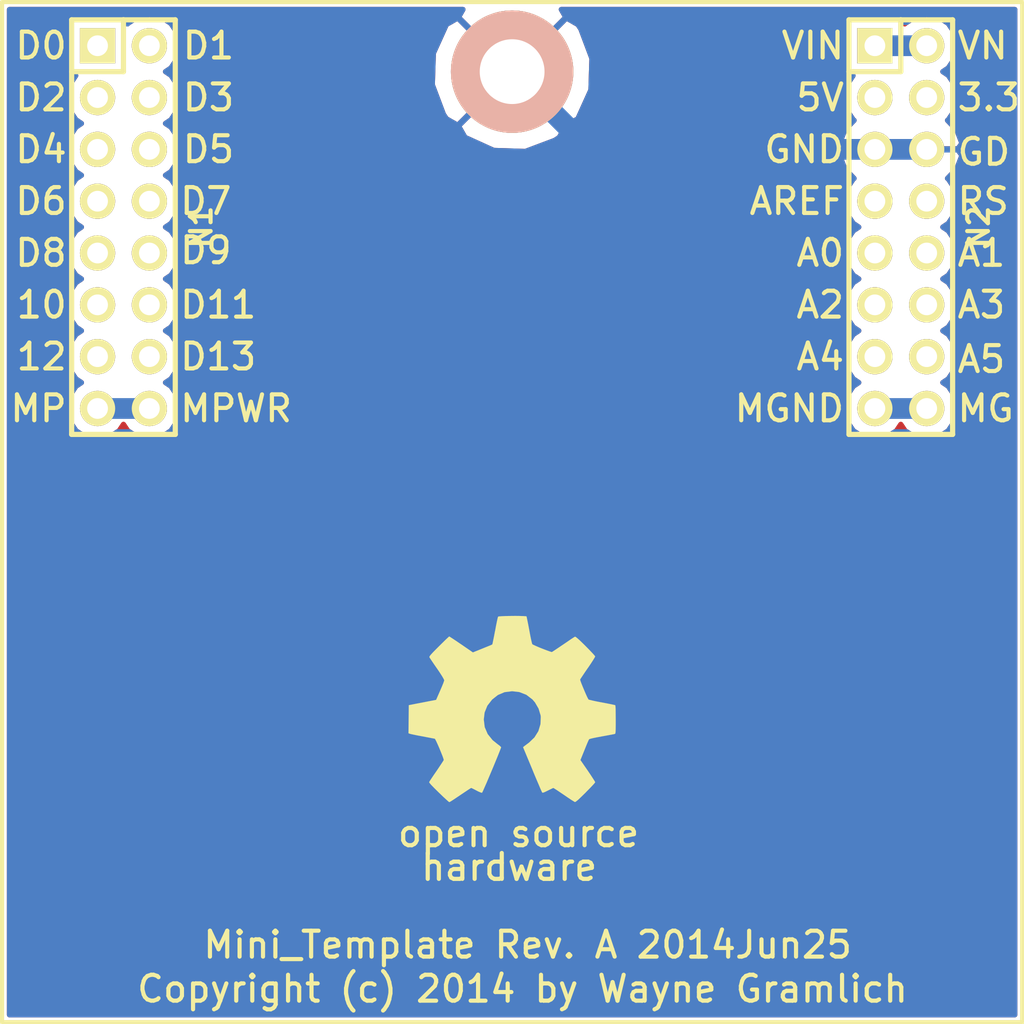
<source format=kicad_pcb>
(kicad_pcb (version 3) (host pcbnew "(2014-jan-25)-product")

  (general
    (links 5)
    (no_connects 0)
    (area 0 0 0 0)
    (thickness 1.6)
    (drawings 40)
    (tracks 6)
    (zones 0)
    (modules 4)
    (nets 5)
  )

  (page A4)
  (layers
    (15 F.Cu signal)
    (0 B.Cu signal)
    (16 B.Adhes user)
    (17 F.Adhes user)
    (18 B.Paste user)
    (19 F.Paste user)
    (20 B.SilkS user)
    (21 F.SilkS user)
    (22 B.Mask user)
    (23 F.Mask user)
    (24 Dwgs.User user)
    (25 Cmts.User user)
    (26 Eco1.User user)
    (27 Eco2.User user)
    (28 Edge.Cuts user)
  )

  (setup
    (last_trace_width 0.254)
    (trace_clearance 0.254)
    (zone_clearance 0.508)
    (zone_45_only no)
    (trace_min 0.254)
    (segment_width 0.2032)
    (edge_width 0.1)
    (via_size 0.889)
    (via_drill 0.635)
    (via_min_size 0.889)
    (via_min_drill 0.508)
    (uvia_size 0.508)
    (uvia_drill 0.127)
    (uvias_allowed no)
    (uvia_min_size 0.508)
    (uvia_min_drill 0.127)
    (pcb_text_width 0.3)
    (pcb_text_size 1.5 1.5)
    (mod_edge_width 0.15)
    (mod_text_size 1 1)
    (mod_text_width 0.15)
    (pad_size 1.5 1.5)
    (pad_drill 0.6)
    (pad_to_mask_clearance 0)
    (aux_axis_origin 0 0)
    (visible_elements 7FFEFFFF)
    (pcbplotparams
      (layerselection 3178497)
      (usegerberextensions true)
      (excludeedgelayer true)
      (linewidth 0.100000)
      (plotframeref false)
      (viasonmask false)
      (mode 1)
      (useauxorigin false)
      (hpglpennumber 1)
      (hpglpenspeed 20)
      (hpglpendiameter 15)
      (hpglpenoverlay 2)
      (psnegative false)
      (psa4output false)
      (plotreference true)
      (plotvalue true)
      (plotinvisibletext false)
      (padsonsilk false)
      (subtractmaskfromsilk false)
      (outputformat 1)
      (mirror false)
      (drillshape 1)
      (scaleselection 1)
      (outputdirectory ""))
  )

  (net 0 "")
  (net 1 /GND)
  (net 2 /MPWR)
  (net 3 /VIN)
  (net 4 /MGND)

  (net_class Default "This is the default net class."
    (clearance 0.254)
    (trace_width 0.254)
    (via_dia 0.889)
    (via_drill 0.635)
    (uvia_dia 0.508)
    (uvia_drill 0.127)
  )

  (net_class Power ""
    (clearance 0.254)
    (trace_width 1.016)
    (via_dia 0.889)
    (via_drill 0.635)
    (uvia_dia 0.508)
    (uvia_drill 0.127)
    (add_net /GND)
    (add_net /MGND)
    (add_net /MPWR)
    (add_net /VIN)
  )

  (module Mini_Raspberry_Pi_Rev_A:OSHW_LOGO_400mil (layer F.Cu) (tedit 0) (tstamp 53B82A77)
    (at 101.6 137.922)
    (path /53AA4798)
    (fp_text reference G1 (at 0 5.38734) (layer F.SilkS) hide
      (effects (font (size 0.46228 0.46228) (thickness 0.09144)))
    )
    (fp_text value OSHW_LOGO (at 0 -5.38734) (layer F.SilkS) hide
      (effects (font (size 0.46228 0.46228) (thickness 0.09144)))
    )
    (fp_poly (pts (xy -3.07848 4.56184) (xy -3.02514 4.53644) (xy -2.90576 4.46024) (xy -2.73812 4.34848)
      (xy -2.53746 4.21386) (xy -2.3368 4.07924) (xy -2.16916 3.96748) (xy -2.05486 3.89382)
      (xy -2.0066 3.86588) (xy -1.9812 3.87604) (xy -1.88468 3.92176) (xy -1.74498 3.99542)
      (xy -1.66624 4.03606) (xy -1.5367 4.09194) (xy -1.47574 4.1021) (xy -1.46304 4.08432)
      (xy -1.41732 3.9878) (xy -1.34366 3.82016) (xy -1.24714 3.60172) (xy -1.13792 3.34264)
      (xy -1.02108 3.06578) (xy -0.9017 2.7813) (xy -0.78994 2.50952) (xy -0.69088 2.26822)
      (xy -0.61214 2.0701) (xy -0.5588 1.93294) (xy -0.53848 1.87198) (xy -0.5461 1.86182)
      (xy -0.6096 1.79832) (xy -0.72136 1.7145) (xy -0.96012 1.52146) (xy -1.19888 1.22428)
      (xy -1.34366 0.88646) (xy -1.38938 0.51308) (xy -1.34874 0.16764) (xy -1.21412 -0.1651)
      (xy -0.98044 -0.46482) (xy -0.6985 -0.68834) (xy -0.37084 -0.82804) (xy 0 -0.87376)
      (xy 0.35306 -0.83312) (xy 0.69342 -0.70104) (xy 0.99314 -0.47244) (xy 1.12014 -0.32512)
      (xy 1.2954 -0.02286) (xy 1.39446 0.30226) (xy 1.40462 0.38608) (xy 1.38938 0.74168)
      (xy 1.28524 1.08458) (xy 1.09474 1.38938) (xy 0.83312 1.64084) (xy 0.80264 1.6637)
      (xy 0.68072 1.75514) (xy 0.59944 1.8161) (xy 0.53594 1.86944) (xy 0.9906 2.96164)
      (xy 1.06172 3.1369) (xy 1.18618 3.43408) (xy 1.29794 3.69316) (xy 1.3843 3.8989)
      (xy 1.44526 4.03352) (xy 1.47066 4.0894) (xy 1.47574 4.09194) (xy 1.51384 4.09956)
      (xy 1.59766 4.06908) (xy 1.75006 3.99542) (xy 1.85166 3.94462) (xy 1.9685 3.88874)
      (xy 2.0193 3.86588) (xy 2.06248 3.89128) (xy 2.17678 3.9624) (xy 2.33934 4.07162)
      (xy 2.53492 4.2037) (xy 2.72034 4.3307) (xy 2.89052 4.445) (xy 3.01752 4.52374)
      (xy 3.07594 4.55676) (xy 3.0861 4.55676) (xy 3.13944 4.52628) (xy 3.2385 4.445)
      (xy 3.38836 4.30276) (xy 3.59918 4.09702) (xy 3.62966 4.064) (xy 3.80238 3.88874)
      (xy 3.94462 3.73888) (xy 4.0386 3.63474) (xy 4.07162 3.58648) (xy 4.07162 3.58648)
      (xy 4.04114 3.52806) (xy 3.9624 3.4036) (xy 3.8481 3.22834) (xy 3.71094 3.02514)
      (xy 3.34772 2.49936) (xy 3.54838 2.00406) (xy 3.60934 1.85166) (xy 3.68554 1.66624)
      (xy 3.74396 1.53416) (xy 3.77444 1.47828) (xy 3.82778 1.45796) (xy 3.9624 1.42494)
      (xy 4.16052 1.3843) (xy 4.3942 1.34112) (xy 4.61772 1.30048) (xy 4.82092 1.26238)
      (xy 4.96824 1.23444) (xy 5.03428 1.2192) (xy 5.04952 1.21158) (xy 5.06222 1.17856)
      (xy 5.06984 1.10998) (xy 5.07492 0.98806) (xy 5.07746 0.79502) (xy 5.07746 0.51308)
      (xy 5.07746 0.4826) (xy 5.07492 0.2159) (xy 5.07238 0.00254) (xy 5.06476 -0.13462)
      (xy 5.0546 -0.1905) (xy 5.0546 -0.1905) (xy 4.9911 -0.20574) (xy 4.84886 -0.23622)
      (xy 4.64566 -0.27686) (xy 4.40436 -0.32258) (xy 4.38912 -0.32512) (xy 4.15036 -0.37084)
      (xy 3.94716 -0.41402) (xy 3.80746 -0.44704) (xy 3.7465 -0.46482) (xy 3.73634 -0.4826)
      (xy 3.68554 -0.57404) (xy 3.61696 -0.7239) (xy 3.53822 -0.90678) (xy 3.45948 -1.09474)
      (xy 3.3909 -1.26492) (xy 3.34518 -1.39192) (xy 3.33248 -1.4478) (xy 3.33248 -1.45034)
      (xy 3.37058 -1.50876) (xy 3.45186 -1.63068) (xy 3.5687 -1.80594) (xy 3.7084 -2.00914)
      (xy 3.7211 -2.02438) (xy 3.85826 -2.22758) (xy 3.97002 -2.4003) (xy 4.04368 -2.52222)
      (xy 4.07162 -2.5781) (xy 4.07162 -2.58064) (xy 4.0259 -2.6416) (xy 3.92176 -2.7559)
      (xy 3.77444 -2.91084) (xy 3.59664 -3.09118) (xy 3.54076 -3.14706) (xy 3.34264 -3.3401)
      (xy 3.20548 -3.46456) (xy 3.11912 -3.53314) (xy 3.07848 -3.54838) (xy 3.07848 -3.54584)
      (xy 3.01752 -3.51028) (xy 2.88798 -3.42646) (xy 2.71526 -3.30708) (xy 2.50952 -3.16738)
      (xy 2.49428 -3.15722) (xy 2.29108 -3.02006) (xy 2.1209 -2.90576) (xy 2.00152 -2.82702)
      (xy 1.94818 -2.794) (xy 1.94056 -2.794) (xy 1.85674 -2.8194) (xy 1.71196 -2.8702)
      (xy 1.53416 -2.93878) (xy 1.3462 -3.01244) (xy 1.17602 -3.0861) (xy 1.04902 -3.14452)
      (xy 0.98806 -3.17754) (xy 0.98552 -3.18262) (xy 0.9652 -3.25374) (xy 0.92964 -3.40614)
      (xy 0.88646 -3.61442) (xy 0.84074 -3.86334) (xy 0.83312 -3.90398) (xy 0.7874 -4.14528)
      (xy 0.74676 -4.34594) (xy 0.71882 -4.4831) (xy 0.70612 -4.54152) (xy 0.67056 -4.54914)
      (xy 0.55118 -4.55676) (xy 0.37084 -4.56184) (xy 0.1524 -4.56438) (xy -0.0762 -4.56184)
      (xy -0.30226 -4.5593) (xy -0.49276 -4.55168) (xy -0.62992 -4.54152) (xy -0.68834 -4.53136)
      (xy -0.68834 -4.52628) (xy -0.7112 -4.45262) (xy -0.74422 -4.30022) (xy -0.7874 -4.0894)
      (xy -0.83312 -3.84048) (xy -0.84328 -3.7973) (xy -0.889 -3.556) (xy -0.92964 -3.35788)
      (xy -0.95758 -3.22072) (xy -0.97282 -3.16738) (xy -0.99568 -3.15468) (xy -1.09474 -3.1115)
      (xy -1.2573 -3.04546) (xy -1.45796 -2.96418) (xy -1.92278 -2.77622) (xy -2.49174 -3.16738)
      (xy -2.54508 -3.20294) (xy -2.75082 -3.34264) (xy -2.91846 -3.4544) (xy -3.0353 -3.5306)
      (xy -3.08356 -3.55854) (xy -3.08864 -3.556) (xy -3.14452 -3.5052) (xy -3.25882 -3.39852)
      (xy -3.41122 -3.24866) (xy -3.59156 -3.07086) (xy -3.72364 -2.93878) (xy -3.88112 -2.77876)
      (xy -3.98018 -2.66954) (xy -4.03606 -2.60096) (xy -4.05384 -2.56032) (xy -4.0513 -2.53238)
      (xy -4.0132 -2.47396) (xy -3.92938 -2.34696) (xy -3.81254 -2.17424) (xy -3.67284 -1.97358)
      (xy -3.55854 -1.80594) (xy -3.43408 -1.6129) (xy -3.35534 -1.47574) (xy -3.3274 -1.4097)
      (xy -3.33502 -1.38176) (xy -3.37312 -1.27) (xy -3.4417 -1.10236) (xy -3.52806 -0.9017)
      (xy -3.72618 -0.44958) (xy -4.02082 -0.3937) (xy -4.20116 -0.35814) (xy -4.45008 -0.30988)
      (xy -4.69138 -0.26416) (xy -5.06476 -0.1905) (xy -5.08 1.18618) (xy -5.02158 1.20904)
      (xy -4.9657 1.22428) (xy -4.826 1.25476) (xy -4.62788 1.2954) (xy -4.3942 1.33858)
      (xy -4.19608 1.37668) (xy -3.99542 1.41478) (xy -3.85064 1.44272) (xy -3.78714 1.45542)
      (xy -3.7719 1.47828) (xy -3.7211 1.5748) (xy -3.64998 1.72974) (xy -3.5687 1.91516)
      (xy -3.48996 2.1082) (xy -3.41884 2.286) (xy -3.37058 2.42062) (xy -3.35026 2.49174)
      (xy -3.3782 2.54508) (xy -3.4544 2.66192) (xy -3.56616 2.82956) (xy -3.70078 3.03022)
      (xy -3.83794 3.22834) (xy -3.95224 3.39852) (xy -4.03352 3.52298) (xy -4.06654 3.57886)
      (xy -4.0513 3.61696) (xy -3.97002 3.71348) (xy -3.82016 3.86842) (xy -3.59664 4.0894)
      (xy -3.55854 4.12496) (xy -3.38074 4.29768) (xy -3.23088 4.43484) (xy -3.12674 4.52882)
      (xy -3.07848 4.56184)) (layer F.SilkS) (width 0.00254))
  )

  (module Mini_Raspberry_Pi_Rev_A:MountingHole_3mm (layer F.Cu) (tedit 53A7A920) (tstamp 53B82A7B)
    (at 101.6 106.68)
    (descr "Mounting hole, Befestigungsbohrung, 3mm, No Annular, Kein Restring,")
    (tags "Mounting hole, Befestigungsbohrung, 3mm, No Annular, Kein Restring,")
    (path /53AA33AA)
    (fp_text reference H1 (at 0 0) (layer F.SilkS)
      (effects (font (size 1.016 1.016) (thickness 0.2032)))
    )
    (fp_text value 3MM_HOLE (at 0 4.29) (layer F.SilkS) hide
      (effects (font (size 1.016 1.016) (thickness 0.2032)))
    )
    (fp_circle (center 0 0) (end 3 0) (layer Cmts.User) (width 0.381))
    (pad 1 thru_hole circle (at 0 0) (size 6 6) (drill 3.175) (layers *.Cu *.SilkS)
      (net 1 /GND))
  )

  (module Mini_Raspberry_Pi_Rev_A:Pin_Header_Straight_2x08 (layer F.Cu) (tedit 53B82A38) (tstamp 53B82A80)
    (at 82.55 114.3 270)
    (descr "1 pin")
    (tags "CONN DEV")
    (path /53A9D11F)
    (fp_text reference N1 (at 0 -3.81 270) (layer F.SilkS)
      (effects (font (size 1.016 1.016) (thickness 0.2032)))
    )
    (fp_text value MS_DATA_HEADER (at -0.04 3.84 270) (layer F.SilkS) hide
      (effects (font (size 1.016 1.016) (thickness 0.2032)))
    )
    (fp_line (start 10.16 -2.54) (end -10.16 -2.54) (layer F.SilkS) (width 0.254))
    (fp_line (start -7.62 2.54) (end 10.16 2.54) (layer F.SilkS) (width 0.254))
    (fp_line (start 10.16 -2.54) (end 10.16 2.54) (layer F.SilkS) (width 0.254))
    (fp_line (start -10.16 -2.54) (end -10.16 0) (layer F.SilkS) (width 0.254))
    (fp_line (start -10.16 2.54) (end -7.62 2.54) (layer F.SilkS) (width 0.254))
    (fp_line (start -10.16 0) (end -7.62 0) (layer F.SilkS) (width 0.254))
    (fp_line (start -7.62 0) (end -7.62 2.54) (layer F.SilkS) (width 0.254))
    (fp_line (start -10.16 2.54) (end -10.16 0) (layer F.SilkS) (width 0.254))
    (pad 1 thru_hole rect (at -8.89 1.27 270) (size 1.7272 1.7272) (drill 1.016) (layers *.Cu *.Mask F.SilkS))
    (pad 2 thru_hole oval (at -8.89 -1.27 270) (size 1.7272 1.7272) (drill 1.016) (layers *.Cu *.Mask F.SilkS))
    (pad 3 thru_hole oval (at -6.35 1.27 270) (size 1.7272 1.7272) (drill 1.016) (layers *.Cu *.Mask F.SilkS))
    (pad 4 thru_hole oval (at -6.35 -1.27 270) (size 1.7272 1.7272) (drill 1.016) (layers *.Cu *.Mask F.SilkS))
    (pad 5 thru_hole oval (at -3.81 1.27 270) (size 1.7272 1.7272) (drill 1.016) (layers *.Cu *.Mask F.SilkS))
    (pad 6 thru_hole oval (at -3.81 -1.27 270) (size 1.7272 1.7272) (drill 1.016) (layers *.Cu *.Mask F.SilkS))
    (pad 7 thru_hole oval (at -1.27 1.27 270) (size 1.7272 1.7272) (drill 1.016) (layers *.Cu *.Mask F.SilkS))
    (pad 8 thru_hole oval (at -1.27 -1.27 270) (size 1.7272 1.7272) (drill 1.016) (layers *.Cu *.Mask F.SilkS))
    (pad 9 thru_hole oval (at 1.27 1.27 270) (size 1.7272 1.7272) (drill 1.016) (layers *.Cu *.Mask F.SilkS))
    (pad 10 thru_hole oval (at 1.27 -1.27 270) (size 1.7272 1.7272) (drill 1.016) (layers *.Cu *.Mask F.SilkS))
    (pad 11 thru_hole oval (at 3.81 1.27 270) (size 1.7272 1.7272) (drill 1.016) (layers *.Cu *.Mask F.SilkS))
    (pad 12 thru_hole oval (at 3.81 -1.27 270) (size 1.7272 1.7272) (drill 1.016) (layers *.Cu *.Mask F.SilkS))
    (pad 13 thru_hole oval (at 6.35 1.27 270) (size 1.7272 1.7272) (drill 1.016) (layers *.Cu *.Mask F.SilkS))
    (pad 14 thru_hole oval (at 6.35 -1.27 270) (size 1.7272 1.7272) (drill 1.016) (layers *.Cu *.Mask F.SilkS))
    (pad 15 thru_hole oval (at 8.89 1.27 270) (size 1.7272 1.7272) (drill 1.016) (layers *.Cu *.Mask F.SilkS)
      (net 2 /MPWR))
    (pad 16 thru_hole oval (at 8.89 -1.27 270) (size 1.7272 1.7272) (drill 1.016) (layers *.Cu *.Mask F.SilkS)
      (net 2 /MPWR))
    (model Pin_Headers/Pin_Header_Straight_2x08.wrl
      (at (xyz 0 0 0))
      (scale (xyz 1 1 1))
      (rotate (xyz 0 0 0))
    )
  )

  (module Mini_Raspberry_Pi_Rev_A:Pin_Header_Straight_2x08 (layer F.Cu) (tedit 53B82A38) (tstamp 53B82A9B)
    (at 120.65 114.3 270)
    (descr "1 pin")
    (tags "CONN DEV")
    (path /53A9D139)
    (fp_text reference N2 (at 0 -3.81 270) (layer F.SilkS)
      (effects (font (size 1.016 1.016) (thickness 0.2032)))
    )
    (fp_text value MS_PWR_HEADER (at -0.04 3.84 270) (layer F.SilkS) hide
      (effects (font (size 1.016 1.016) (thickness 0.2032)))
    )
    (fp_line (start 10.16 -2.54) (end -10.16 -2.54) (layer F.SilkS) (width 0.254))
    (fp_line (start -7.62 2.54) (end 10.16 2.54) (layer F.SilkS) (width 0.254))
    (fp_line (start 10.16 -2.54) (end 10.16 2.54) (layer F.SilkS) (width 0.254))
    (fp_line (start -10.16 -2.54) (end -10.16 0) (layer F.SilkS) (width 0.254))
    (fp_line (start -10.16 2.54) (end -7.62 2.54) (layer F.SilkS) (width 0.254))
    (fp_line (start -10.16 0) (end -7.62 0) (layer F.SilkS) (width 0.254))
    (fp_line (start -7.62 0) (end -7.62 2.54) (layer F.SilkS) (width 0.254))
    (fp_line (start -10.16 2.54) (end -10.16 0) (layer F.SilkS) (width 0.254))
    (pad 1 thru_hole rect (at -8.89 1.27 270) (size 1.7272 1.7272) (drill 1.016) (layers *.Cu *.Mask F.SilkS)
      (net 3 /VIN))
    (pad 2 thru_hole oval (at -8.89 -1.27 270) (size 1.7272 1.7272) (drill 1.016) (layers *.Cu *.Mask F.SilkS)
      (net 3 /VIN))
    (pad 3 thru_hole oval (at -6.35 1.27 270) (size 1.7272 1.7272) (drill 1.016) (layers *.Cu *.Mask F.SilkS))
    (pad 4 thru_hole oval (at -6.35 -1.27 270) (size 1.7272 1.7272) (drill 1.016) (layers *.Cu *.Mask F.SilkS))
    (pad 5 thru_hole oval (at -3.81 1.27 270) (size 1.7272 1.7272) (drill 1.016) (layers *.Cu *.Mask F.SilkS)
      (net 1 /GND))
    (pad 6 thru_hole oval (at -3.81 -1.27 270) (size 1.7272 1.7272) (drill 1.016) (layers *.Cu *.Mask F.SilkS)
      (net 1 /GND))
    (pad 7 thru_hole oval (at -1.27 1.27 270) (size 1.7272 1.7272) (drill 1.016) (layers *.Cu *.Mask F.SilkS))
    (pad 8 thru_hole oval (at -1.27 -1.27 270) (size 1.7272 1.7272) (drill 1.016) (layers *.Cu *.Mask F.SilkS))
    (pad 9 thru_hole oval (at 1.27 1.27 270) (size 1.7272 1.7272) (drill 1.016) (layers *.Cu *.Mask F.SilkS))
    (pad 10 thru_hole oval (at 1.27 -1.27 270) (size 1.7272 1.7272) (drill 1.016) (layers *.Cu *.Mask F.SilkS))
    (pad 11 thru_hole oval (at 3.81 1.27 270) (size 1.7272 1.7272) (drill 1.016) (layers *.Cu *.Mask F.SilkS))
    (pad 12 thru_hole oval (at 3.81 -1.27 270) (size 1.7272 1.7272) (drill 1.016) (layers *.Cu *.Mask F.SilkS))
    (pad 13 thru_hole oval (at 6.35 1.27 270) (size 1.7272 1.7272) (drill 1.016) (layers *.Cu *.Mask F.SilkS))
    (pad 14 thru_hole oval (at 6.35 -1.27 270) (size 1.7272 1.7272) (drill 1.016) (layers *.Cu *.Mask F.SilkS))
    (pad 15 thru_hole oval (at 8.89 1.27 270) (size 1.7272 1.7272) (drill 1.016) (layers *.Cu *.Mask F.SilkS)
      (net 4 /MGND))
    (pad 16 thru_hole oval (at 8.89 -1.27 270) (size 1.7272 1.7272) (drill 1.016) (layers *.Cu *.Mask F.SilkS)
      (net 4 /MGND))
    (model Pin_Headers/Pin_Header_Straight_2x08.wrl
      (at (xyz 0 0 0))
      (scale (xyz 1 1 1))
      (rotate (xyz 0 0 0))
    )
  )

  (gr_text hardware (at 97.028 145.669) (layer F.SilkS)
    (effects (font (size 1.27 1.27) (thickness 0.2032)) (justify left))
  )
  (gr_text "open source" (at 95.885 144.018) (layer F.SilkS)
    (effects (font (size 1.27 1.27) (thickness 0.2032)) (justify left))
  )
  (gr_text "Mini_Template Rev. A 2014Jun25" (at 102.362 149.479) (layer F.SilkS)
    (effects (font (size 1.27 1.27) (thickness 0.2032)))
  )
  (gr_text "Copyright (c) 2014 by Wayne Gramlich" (at 102.108 151.638) (layer F.SilkS)
    (effects (font (size 1.27 1.27) (thickness 0.2032)))
  )
  (gr_text A5 (at 123.317 120.777) (layer F.SilkS)
    (effects (font (size 1.27 1.27) (thickness 0.2032)) (justify left))
  )
  (gr_text A3 (at 123.317 118.11) (layer F.SilkS)
    (effects (font (size 1.27 1.27) (thickness 0.2032)) (justify left))
  )
  (gr_text A1 (at 123.317 115.57) (layer F.SilkS)
    (effects (font (size 1.27 1.27) (thickness 0.2032)) (justify left))
  )
  (gr_text RS (at 123.317 113.03) (layer F.SilkS)
    (effects (font (size 1.27 1.27) (thickness 0.2032)) (justify left))
  )
  (gr_text GD (at 123.317 110.617) (layer F.SilkS)
    (effects (font (size 1.27 1.27) (thickness 0.2032)) (justify left))
  )
  (gr_text 3.3 (at 123.317 107.95) (layer F.SilkS)
    (effects (font (size 1.27 1.27) (thickness 0.2032)) (justify left))
  )
  (gr_text VN (at 123.317 105.41) (layer F.SilkS)
    (effects (font (size 1.27 1.27) (thickness 0.2032)) (justify left))
  )
  (gr_text MG (at 123.317 123.19) (layer F.SilkS)
    (effects (font (size 1.27 1.27) (thickness 0.2032)) (justify left))
  )
  (gr_text MPWR (at 85.217 123.19) (layer F.SilkS) (tstamp 53AA3B6F)
    (effects (font (size 1.27 1.27) (thickness 0.2032)) (justify left))
  )
  (gr_text D13 (at 85.217 120.65) (layer F.SilkS)
    (effects (font (size 1.27 1.27) (thickness 0.2032)) (justify left))
  )
  (gr_text D11 (at 85.217 118.11) (layer F.SilkS)
    (effects (font (size 1.27 1.27) (thickness 0.2032)) (justify left))
  )
  (gr_text D9 (at 85.217 115.443) (layer F.SilkS)
    (effects (font (size 1.27 1.27) (thickness 0.2032)) (justify left))
  )
  (gr_text D7 (at 85.217 113.03) (layer F.SilkS)
    (effects (font (size 1.27 1.27) (thickness 0.2032)) (justify left))
  )
  (gr_text D5 (at 85.344 110.49) (layer F.SilkS)
    (effects (font (size 1.27 1.27) (thickness 0.2032)) (justify left))
  )
  (gr_text D3 (at 85.344 107.95) (layer F.SilkS)
    (effects (font (size 1.27 1.27) (thickness 0.2032)) (justify left))
  )
  (gr_text D1 (at 85.344 105.41) (layer F.SilkS)
    (effects (font (size 1.27 1.27) (thickness 0.2032)) (justify left))
  )
  (gr_text MGND (at 117.983 123.19) (layer F.SilkS)
    (effects (font (size 1.27 1.27) (thickness 0.2032)) (justify right))
  )
  (gr_text A4 (at 117.983 120.65) (layer F.SilkS)
    (effects (font (size 1.27 1.27) (thickness 0.2032)) (justify right))
  )
  (gr_text A2 (at 117.983 118.11) (layer F.SilkS)
    (effects (font (size 1.27 1.27) (thickness 0.2032)) (justify right))
  )
  (gr_text A0 (at 117.983 115.57) (layer F.SilkS)
    (effects (font (size 1.27 1.27) (thickness 0.2032)) (justify right))
  )
  (gr_text AREF (at 117.983 113.03) (layer F.SilkS)
    (effects (font (size 1.27 1.27) (thickness 0.2032)) (justify right))
  )
  (gr_text GND (at 117.983 110.49) (layer F.SilkS)
    (effects (font (size 1.27 1.27) (thickness 0.2032)) (justify right))
  )
  (gr_text 5V (at 117.983 107.95) (layer F.SilkS)
    (effects (font (size 1.27 1.27) (thickness 0.2032)) (justify right))
  )
  (gr_text VIN (at 117.983 105.41) (layer F.SilkS)
    (effects (font (size 1.27 1.27) (thickness 0.2032)) (justify right))
  )
  (gr_text MP (at 79.883 123.19) (layer F.SilkS)
    (effects (font (size 1.27 1.27) (thickness 0.2032)) (justify right))
  )
  (gr_text 12 (at 79.883 120.65) (layer F.SilkS)
    (effects (font (size 1.27 1.27) (thickness 0.2032)) (justify right))
  )
  (gr_text 10 (at 79.883 118.11) (layer F.SilkS)
    (effects (font (size 1.27 1.27) (thickness 0.2032)) (justify right))
  )
  (gr_text D8 (at 79.883 115.57) (layer F.SilkS)
    (effects (font (size 1.27 1.27) (thickness 0.2032)) (justify right))
  )
  (gr_text D6 (at 79.883 113.03) (layer F.SilkS)
    (effects (font (size 1.27 1.27) (thickness 0.2032)) (justify right))
  )
  (gr_text D4 (at 79.883 110.49) (layer F.SilkS)
    (effects (font (size 1.27 1.27) (thickness 0.2032)) (justify right))
  )
  (gr_text D2 (at 79.883 107.95) (layer F.SilkS)
    (effects (font (size 1.27 1.27) (thickness 0.2032)) (justify right))
  )
  (gr_text D0 (at 79.883 105.41) (layer F.SilkS)
    (effects (font (size 1.27 1.27) (thickness 0.2032)) (justify right))
  )
  (gr_line (start 126.600001 103.269999) (end 126.600001 153.270001) (angle 90) (layer F.SilkS) (width 0.2032))
  (gr_line (start 126.600001 153.270001) (end 76.599999 153.270001) (angle 90) (layer F.SilkS) (width 0.2032))
  (gr_line (start 76.599999 103.269999) (end 76.599999 153.270001) (angle 90) (layer F.SilkS) (width 0.2032))
  (gr_line (start 76.599999 103.269999) (end 126.600001 103.269999) (angle 90) (layer F.SilkS) (width 0.2032) (tstamp 53A9D4FB))

  (segment (start 121.92 110.49) (end 119.38 110.49) (width 1.016) (layer B.Cu) (net 1))
  (segment (start 119.38 110.49) (end 105.41 110.49) (width 1.016) (layer B.Cu) (net 1) (tstamp 53AA379F))
  (segment (start 105.41 110.49) (end 101.6 106.68) (width 1.016) (layer B.Cu) (net 1) (tstamp 53AA37A0))
  (segment (start 83.82 123.19) (end 81.28 123.19) (width 1.016) (layer B.Cu) (net 2))
  (segment (start 121.92 105.41) (end 119.38 105.41) (width 1.016) (layer B.Cu) (net 3))
  (segment (start 121.92 123.19) (end 119.38 123.19) (width 1.016) (layer B.Cu) (net 4))

  (zone (net 1) (net_name /GND) (layer B.Cu) (tstamp 53AA37E7) (hatch edge 0.508)
    (connect_pads (clearance 0.508))
    (min_thickness 0.254)
    (fill yes (arc_segments 16) (thermal_gap 0.762) (thermal_bridge_width 0.3048))
    (polygon
      (pts
        (xy 76.835 103.505) (xy 126.365 103.505) (xy 126.365 153.035) (xy 76.835 153.035)
      )
    )
    (filled_polygon
      (pts
        (xy 126.238 152.908) (xy 123.646869 152.908) (xy 123.646869 110.789226) (xy 123.646869 110.190774) (xy 123.40091 109.552707)
        (xy 122.93835 109.066638) (xy 122.97967 109.039029) (xy 123.304526 108.552848) (xy 123.4186 107.979359) (xy 123.4186 107.920641)
        (xy 123.304526 107.347152) (xy 122.97967 106.860971) (xy 122.708827 106.68) (xy 122.97967 106.499029) (xy 123.304526 106.012848)
        (xy 123.4186 105.439359) (xy 123.4186 105.380641) (xy 123.304526 104.807152) (xy 122.97967 104.320971) (xy 122.493489 103.996115)
        (xy 121.92 103.882041) (xy 121.346511 103.996115) (xy 120.941103 104.267) (xy 120.815187 104.267) (xy 120.781927 104.186702)
        (xy 120.603299 104.008073) (xy 120.36991 103.9114) (xy 120.117291 103.9114) (xy 118.390091 103.9114) (xy 118.156702 104.008073)
        (xy 117.978073 104.186701) (xy 117.8814 104.42009) (xy 117.8814 104.672709) (xy 117.8814 106.399909) (xy 117.978073 106.633298)
        (xy 118.156701 106.811927) (xy 118.310526 106.875643) (xy 117.995474 107.347152) (xy 117.8814 107.920641) (xy 117.8814 107.979359)
        (xy 117.995474 108.552848) (xy 118.32033 109.039029) (xy 118.361649 109.066638) (xy 117.89909 109.552707) (xy 117.653131 110.190774)
        (xy 117.849832 110.4646) (xy 119.3546 110.4646) (xy 119.3546 110.4446) (xy 119.4054 110.4446) (xy 119.4054 110.4646)
        (xy 120.389832 110.4646) (xy 120.910168 110.4646) (xy 121.8946 110.4646) (xy 121.8946 110.4446) (xy 121.9454 110.4446)
        (xy 121.9454 110.4646) (xy 123.450168 110.4646) (xy 123.646869 110.190774) (xy 123.646869 110.789226) (xy 123.450168 110.5154)
        (xy 121.9454 110.5154) (xy 121.9454 110.5354) (xy 121.8946 110.5354) (xy 121.8946 110.5154) (xy 120.910168 110.5154)
        (xy 120.389832 110.5154) (xy 119.4054 110.5154) (xy 119.4054 110.5354) (xy 119.3546 110.5354) (xy 119.3546 110.5154)
        (xy 117.849832 110.5154) (xy 117.653131 110.789226) (xy 117.89909 111.427293) (xy 118.361649 111.913361) (xy 118.32033 111.940971)
        (xy 117.995474 112.427152) (xy 117.8814 113.000641) (xy 117.8814 113.059359) (xy 117.995474 113.632848) (xy 118.32033 114.119029)
        (xy 118.591172 114.3) (xy 118.32033 114.480971) (xy 117.995474 114.967152) (xy 117.8814 115.540641) (xy 117.8814 115.599359)
        (xy 117.995474 116.172848) (xy 118.32033 116.659029) (xy 118.591172 116.84) (xy 118.32033 117.020971) (xy 117.995474 117.507152)
        (xy 117.8814 118.080641) (xy 117.8814 118.139359) (xy 117.995474 118.712848) (xy 118.32033 119.199029) (xy 118.591172 119.38)
        (xy 118.32033 119.560971) (xy 117.995474 120.047152) (xy 117.8814 120.620641) (xy 117.8814 120.679359) (xy 117.995474 121.252848)
        (xy 118.32033 121.739029) (xy 118.591172 121.92) (xy 118.32033 122.100971) (xy 117.995474 122.587152) (xy 117.8814 123.160641)
        (xy 117.8814 123.219359) (xy 117.995474 123.792848) (xy 118.32033 124.279029) (xy 118.806511 124.603885) (xy 119.38 124.717959)
        (xy 119.953489 124.603885) (xy 120.358896 124.333) (xy 120.941103 124.333) (xy 121.346511 124.603885) (xy 121.92 124.717959)
        (xy 122.493489 124.603885) (xy 122.97967 124.279029) (xy 123.304526 123.792848) (xy 123.4186 123.219359) (xy 123.4186 123.160641)
        (xy 123.304526 122.587152) (xy 122.97967 122.100971) (xy 122.708827 121.92) (xy 122.97967 121.739029) (xy 123.304526 121.252848)
        (xy 123.4186 120.679359) (xy 123.4186 120.620641) (xy 123.304526 120.047152) (xy 122.97967 119.560971) (xy 122.708827 119.38)
        (xy 122.97967 119.199029) (xy 123.304526 118.712848) (xy 123.4186 118.139359) (xy 123.4186 118.080641) (xy 123.304526 117.507152)
        (xy 122.97967 117.020971) (xy 122.708827 116.84) (xy 122.97967 116.659029) (xy 123.304526 116.172848) (xy 123.4186 115.599359)
        (xy 123.4186 115.540641) (xy 123.304526 114.967152) (xy 122.97967 114.480971) (xy 122.708827 114.3) (xy 122.97967 114.119029)
        (xy 123.304526 113.632848) (xy 123.4186 113.059359) (xy 123.4186 113.000641) (xy 123.304526 112.427152) (xy 122.97967 111.940971)
        (xy 122.93835 111.913361) (xy 123.40091 111.427293) (xy 123.646869 110.789226) (xy 123.646869 152.908) (xy 105.512318 152.908)
        (xy 105.512318 106.034633) (xy 104.967539 104.586579) (xy 104.82277 104.369917) (xy 104.264558 104.051363) (xy 101.635921 106.68)
        (xy 104.264558 109.308637) (xy 104.82277 108.990083) (xy 105.461482 107.580937) (xy 105.512318 106.034633) (xy 105.512318 152.908)
        (xy 104.228637 152.908) (xy 104.228637 109.344558) (xy 101.6 106.715921) (xy 101.564079 106.751842) (xy 101.564079 106.68)
        (xy 98.935442 104.051363) (xy 98.37723 104.369917) (xy 97.738518 105.779063) (xy 97.687682 107.325367) (xy 98.232461 108.773421)
        (xy 98.37723 108.990083) (xy 98.935442 109.308637) (xy 101.564079 106.68) (xy 101.564079 106.751842) (xy 98.971363 109.344558)
        (xy 99.289917 109.90277) (xy 100.699063 110.541482) (xy 102.245367 110.592318) (xy 103.693421 110.047539) (xy 103.910083 109.90277)
        (xy 104.228637 109.344558) (xy 104.228637 152.908) (xy 85.3186 152.908) (xy 85.3186 123.219359) (xy 85.3186 123.160641)
        (xy 85.204526 122.587152) (xy 84.87967 122.100971) (xy 84.608827 121.92) (xy 84.87967 121.739029) (xy 85.204526 121.252848)
        (xy 85.3186 120.679359) (xy 85.3186 120.620641) (xy 85.204526 120.047152) (xy 84.87967 119.560971) (xy 84.608827 119.38)
        (xy 84.87967 119.199029) (xy 85.204526 118.712848) (xy 85.3186 118.139359) (xy 85.3186 118.080641) (xy 85.204526 117.507152)
        (xy 84.87967 117.020971) (xy 84.608827 116.84) (xy 84.87967 116.659029) (xy 85.204526 116.172848) (xy 85.3186 115.599359)
        (xy 85.3186 115.540641) (xy 85.204526 114.967152) (xy 84.87967 114.480971) (xy 84.608827 114.3) (xy 84.87967 114.119029)
        (xy 85.204526 113.632848) (xy 85.3186 113.059359) (xy 85.3186 113.000641) (xy 85.204526 112.427152) (xy 84.87967 111.940971)
        (xy 84.608827 111.76) (xy 84.87967 111.579029) (xy 85.204526 111.092848) (xy 85.3186 110.519359) (xy 85.3186 110.460641)
        (xy 85.204526 109.887152) (xy 84.87967 109.400971) (xy 84.608827 109.22) (xy 84.87967 109.039029) (xy 85.204526 108.552848)
        (xy 85.3186 107.979359) (xy 85.3186 107.920641) (xy 85.204526 107.347152) (xy 84.87967 106.860971) (xy 84.608827 106.68)
        (xy 84.87967 106.499029) (xy 85.204526 106.012848) (xy 85.3186 105.439359) (xy 85.3186 105.380641) (xy 85.204526 104.807152)
        (xy 84.87967 104.320971) (xy 84.393489 103.996115) (xy 83.82 103.882041) (xy 83.246511 103.996115) (xy 82.76033 104.320971)
        (xy 82.746263 104.342023) (xy 82.681927 104.186702) (xy 82.503299 104.008073) (xy 82.26991 103.9114) (xy 82.017291 103.9114)
        (xy 80.290091 103.9114) (xy 80.056702 104.008073) (xy 79.878073 104.186701) (xy 79.7814 104.42009) (xy 79.7814 104.672709)
        (xy 79.7814 106.399909) (xy 79.878073 106.633298) (xy 80.056701 106.811927) (xy 80.210526 106.875643) (xy 79.895474 107.347152)
        (xy 79.7814 107.920641) (xy 79.7814 107.979359) (xy 79.895474 108.552848) (xy 80.22033 109.039029) (xy 80.491172 109.22)
        (xy 80.22033 109.400971) (xy 79.895474 109.887152) (xy 79.7814 110.460641) (xy 79.7814 110.519359) (xy 79.895474 111.092848)
        (xy 80.22033 111.579029) (xy 80.491172 111.76) (xy 80.22033 111.940971) (xy 79.895474 112.427152) (xy 79.7814 113.000641)
        (xy 79.7814 113.059359) (xy 79.895474 113.632848) (xy 80.22033 114.119029) (xy 80.491172 114.3) (xy 80.22033 114.480971)
        (xy 79.895474 114.967152) (xy 79.7814 115.540641) (xy 79.7814 115.599359) (xy 79.895474 116.172848) (xy 80.22033 116.659029)
        (xy 80.491172 116.84) (xy 80.22033 117.020971) (xy 79.895474 117.507152) (xy 79.7814 118.080641) (xy 79.7814 118.139359)
        (xy 79.895474 118.712848) (xy 80.22033 119.199029) (xy 80.491172 119.38) (xy 80.22033 119.560971) (xy 79.895474 120.047152)
        (xy 79.7814 120.620641) (xy 79.7814 120.679359) (xy 79.895474 121.252848) (xy 80.22033 121.739029) (xy 80.491172 121.92)
        (xy 80.22033 122.100971) (xy 79.895474 122.587152) (xy 79.7814 123.160641) (xy 79.7814 123.219359) (xy 79.895474 123.792848)
        (xy 80.22033 124.279029) (xy 80.706511 124.603885) (xy 81.28 124.717959) (xy 81.853489 124.603885) (xy 82.258896 124.333)
        (xy 82.841103 124.333) (xy 83.246511 124.603885) (xy 83.82 124.717959) (xy 84.393489 124.603885) (xy 84.87967 124.279029)
        (xy 85.204526 123.792848) (xy 85.3186 123.219359) (xy 85.3186 152.908) (xy 76.962 152.908) (xy 76.962 103.632)
        (xy 99.190181 103.632) (xy 98.971363 104.015442) (xy 101.6 106.644079) (xy 104.228637 104.015442) (xy 104.009818 103.632)
        (xy 126.238 103.632) (xy 126.238 152.908)
      )
    )
  )
  (zone (net 1) (net_name /GND) (layer F.Cu) (tstamp 53AA3807) (hatch edge 0.508)
    (connect_pads (clearance 0.508))
    (min_thickness 0.254)
    (fill yes (arc_segments 16) (thermal_gap 0.762) (thermal_bridge_width 0.3048))
    (polygon
      (pts
        (xy 76.835 153.035) (xy 76.835 103.505) (xy 126.365 103.505) (xy 126.365 153.035)
      )
    )
    (filled_polygon
      (pts
        (xy 126.238 152.908) (xy 123.646869 152.908) (xy 123.646869 110.789226) (xy 123.646869 110.190774) (xy 123.40091 109.552707)
        (xy 122.93835 109.066638) (xy 122.97967 109.039029) (xy 123.304526 108.552848) (xy 123.4186 107.979359) (xy 123.4186 107.920641)
        (xy 123.304526 107.347152) (xy 122.97967 106.860971) (xy 122.708827 106.68) (xy 122.97967 106.499029) (xy 123.304526 106.012848)
        (xy 123.4186 105.439359) (xy 123.4186 105.380641) (xy 123.304526 104.807152) (xy 122.97967 104.320971) (xy 122.493489 103.996115)
        (xy 121.92 103.882041) (xy 121.346511 103.996115) (xy 120.86033 104.320971) (xy 120.846263 104.342023) (xy 120.781927 104.186702)
        (xy 120.603299 104.008073) (xy 120.36991 103.9114) (xy 120.117291 103.9114) (xy 118.390091 103.9114) (xy 118.156702 104.008073)
        (xy 117.978073 104.186701) (xy 117.8814 104.42009) (xy 117.8814 104.672709) (xy 117.8814 106.399909) (xy 117.978073 106.633298)
        (xy 118.156701 106.811927) (xy 118.310526 106.875643) (xy 117.995474 107.347152) (xy 117.8814 107.920641) (xy 117.8814 107.979359)
        (xy 117.995474 108.552848) (xy 118.32033 109.039029) (xy 118.361649 109.066638) (xy 117.89909 109.552707) (xy 117.653131 110.190774)
        (xy 117.849832 110.4646) (xy 119.3546 110.4646) (xy 119.3546 110.4446) (xy 119.4054 110.4446) (xy 119.4054 110.4646)
        (xy 120.389832 110.4646) (xy 120.910168 110.4646) (xy 121.8946 110.4646) (xy 121.8946 110.4446) (xy 121.9454 110.4446)
        (xy 121.9454 110.4646) (xy 123.450168 110.4646) (xy 123.646869 110.190774) (xy 123.646869 110.789226) (xy 123.450168 110.5154)
        (xy 121.9454 110.5154) (xy 121.9454 110.5354) (xy 121.8946 110.5354) (xy 121.8946 110.5154) (xy 120.910168 110.5154)
        (xy 120.389832 110.5154) (xy 119.4054 110.5154) (xy 119.4054 110.5354) (xy 119.3546 110.5354) (xy 119.3546 110.5154)
        (xy 117.849832 110.5154) (xy 117.653131 110.789226) (xy 117.89909 111.427293) (xy 118.361649 111.913361) (xy 118.32033 111.940971)
        (xy 117.995474 112.427152) (xy 117.8814 113.000641) (xy 117.8814 113.059359) (xy 117.995474 113.632848) (xy 118.32033 114.119029)
        (xy 118.591172 114.3) (xy 118.32033 114.480971) (xy 117.995474 114.967152) (xy 117.8814 115.540641) (xy 117.8814 115.599359)
        (xy 117.995474 116.172848) (xy 118.32033 116.659029) (xy 118.591172 116.84) (xy 118.32033 117.020971) (xy 117.995474 117.507152)
        (xy 117.8814 118.080641) (xy 117.8814 118.139359) (xy 117.995474 118.712848) (xy 118.32033 119.199029) (xy 118.591172 119.38)
        (xy 118.32033 119.560971) (xy 117.995474 120.047152) (xy 117.8814 120.620641) (xy 117.8814 120.679359) (xy 117.995474 121.252848)
        (xy 118.32033 121.739029) (xy 118.591172 121.92) (xy 118.32033 122.100971) (xy 117.995474 122.587152) (xy 117.8814 123.160641)
        (xy 117.8814 123.219359) (xy 117.995474 123.792848) (xy 118.32033 124.279029) (xy 118.806511 124.603885) (xy 119.38 124.717959)
        (xy 119.953489 124.603885) (xy 120.43967 124.279029) (xy 120.65 123.964248) (xy 120.86033 124.279029) (xy 121.346511 124.603885)
        (xy 121.92 124.717959) (xy 122.493489 124.603885) (xy 122.97967 124.279029) (xy 123.304526 123.792848) (xy 123.4186 123.219359)
        (xy 123.4186 123.160641) (xy 123.304526 122.587152) (xy 122.97967 122.100971) (xy 122.708827 121.92) (xy 122.97967 121.739029)
        (xy 123.304526 121.252848) (xy 123.4186 120.679359) (xy 123.4186 120.620641) (xy 123.304526 120.047152) (xy 122.97967 119.560971)
        (xy 122.708827 119.38) (xy 122.97967 119.199029) (xy 123.304526 118.712848) (xy 123.4186 118.139359) (xy 123.4186 118.080641)
        (xy 123.304526 117.507152) (xy 122.97967 117.020971) (xy 122.708827 116.84) (xy 122.97967 116.659029) (xy 123.304526 116.172848)
        (xy 123.4186 115.599359) (xy 123.4186 115.540641) (xy 123.304526 114.967152) (xy 122.97967 114.480971) (xy 122.708827 114.3)
        (xy 122.97967 114.119029) (xy 123.304526 113.632848) (xy 123.4186 113.059359) (xy 123.4186 113.000641) (xy 123.304526 112.427152)
        (xy 122.97967 111.940971) (xy 122.93835 111.913361) (xy 123.40091 111.427293) (xy 123.646869 110.789226) (xy 123.646869 152.908)
        (xy 105.512318 152.908) (xy 105.512318 106.034633) (xy 104.967539 104.586579) (xy 104.82277 104.369917) (xy 104.264558 104.051363)
        (xy 101.635921 106.68) (xy 104.264558 109.308637) (xy 104.82277 108.990083) (xy 105.461482 107.580937) (xy 105.512318 106.034633)
        (xy 105.512318 152.908) (xy 104.228637 152.908) (xy 104.228637 109.344558) (xy 101.6 106.715921) (xy 101.564079 106.751842)
        (xy 101.564079 106.68) (xy 98.935442 104.051363) (xy 98.37723 104.369917) (xy 97.738518 105.779063) (xy 97.687682 107.325367)
        (xy 98.232461 108.773421) (xy 98.37723 108.990083) (xy 98.935442 109.308637) (xy 101.564079 106.68) (xy 101.564079 106.751842)
        (xy 98.971363 109.344558) (xy 99.289917 109.90277) (xy 100.699063 110.541482) (xy 102.245367 110.592318) (xy 103.693421 110.047539)
        (xy 103.910083 109.90277) (xy 104.228637 109.344558) (xy 104.228637 152.908) (xy 85.3186 152.908) (xy 85.3186 123.219359)
        (xy 85.3186 123.160641) (xy 85.204526 122.587152) (xy 84.87967 122.100971) (xy 84.608827 121.92) (xy 84.87967 121.739029)
        (xy 85.204526 121.252848) (xy 85.3186 120.679359) (xy 85.3186 120.620641) (xy 85.204526 120.047152) (xy 84.87967 119.560971)
        (xy 84.608827 119.38) (xy 84.87967 119.199029) (xy 85.204526 118.712848) (xy 85.3186 118.139359) (xy 85.3186 118.080641)
        (xy 85.204526 117.507152) (xy 84.87967 117.020971) (xy 84.608827 116.84) (xy 84.87967 116.659029) (xy 85.204526 116.172848)
        (xy 85.3186 115.599359) (xy 85.3186 115.540641) (xy 85.204526 114.967152) (xy 84.87967 114.480971) (xy 84.608827 114.3)
        (xy 84.87967 114.119029) (xy 85.204526 113.632848) (xy 85.3186 113.059359) (xy 85.3186 113.000641) (xy 85.204526 112.427152)
        (xy 84.87967 111.940971) (xy 84.608827 111.76) (xy 84.87967 111.579029) (xy 85.204526 111.092848) (xy 85.3186 110.519359)
        (xy 85.3186 110.460641) (xy 85.204526 109.887152) (xy 84.87967 109.400971) (xy 84.608827 109.22) (xy 84.87967 109.039029)
        (xy 85.204526 108.552848) (xy 85.3186 107.979359) (xy 85.3186 107.920641) (xy 85.204526 107.347152) (xy 84.87967 106.860971)
        (xy 84.608827 106.68) (xy 84.87967 106.499029) (xy 85.204526 106.012848) (xy 85.3186 105.439359) (xy 85.3186 105.380641)
        (xy 85.204526 104.807152) (xy 84.87967 104.320971) (xy 84.393489 103.996115) (xy 83.82 103.882041) (xy 83.246511 103.996115)
        (xy 82.76033 104.320971) (xy 82.746263 104.342023) (xy 82.681927 104.186702) (xy 82.503299 104.008073) (xy 82.26991 103.9114)
        (xy 82.017291 103.9114) (xy 80.290091 103.9114) (xy 80.056702 104.008073) (xy 79.878073 104.186701) (xy 79.7814 104.42009)
        (xy 79.7814 104.672709) (xy 79.7814 106.399909) (xy 79.878073 106.633298) (xy 80.056701 106.811927) (xy 80.210526 106.875643)
        (xy 79.895474 107.347152) (xy 79.7814 107.920641) (xy 79.7814 107.979359) (xy 79.895474 108.552848) (xy 80.22033 109.039029)
        (xy 80.491172 109.22) (xy 80.22033 109.400971) (xy 79.895474 109.887152) (xy 79.7814 110.460641) (xy 79.7814 110.519359)
        (xy 79.895474 111.092848) (xy 80.22033 111.579029) (xy 80.491172 111.76) (xy 80.22033 111.940971) (xy 79.895474 112.427152)
        (xy 79.7814 113.000641) (xy 79.7814 113.059359) (xy 79.895474 113.632848) (xy 80.22033 114.119029) (xy 80.491172 114.3)
        (xy 80.22033 114.480971) (xy 79.895474 114.967152) (xy 79.7814 115.540641) (xy 79.7814 115.599359) (xy 79.895474 116.172848)
        (xy 80.22033 116.659029) (xy 80.491172 116.84) (xy 80.22033 117.020971) (xy 79.895474 117.507152) (xy 79.7814 118.080641)
        (xy 79.7814 118.139359) (xy 79.895474 118.712848) (xy 80.22033 119.199029) (xy 80.491172 119.38) (xy 80.22033 119.560971)
        (xy 79.895474 120.047152) (xy 79.7814 120.620641) (xy 79.7814 120.679359) (xy 79.895474 121.252848) (xy 80.22033 121.739029)
        (xy 80.491172 121.92) (xy 80.22033 122.100971) (xy 79.895474 122.587152) (xy 79.7814 123.160641) (xy 79.7814 123.219359)
        (xy 79.895474 123.792848) (xy 80.22033 124.279029) (xy 80.706511 124.603885) (xy 81.28 124.717959) (xy 81.853489 124.603885)
        (xy 82.33967 124.279029) (xy 82.55 123.964248) (xy 82.76033 124.279029) (xy 83.246511 124.603885) (xy 83.82 124.717959)
        (xy 84.393489 124.603885) (xy 84.87967 124.279029) (xy 85.204526 123.792848) (xy 85.3186 123.219359) (xy 85.3186 152.908)
        (xy 76.962 152.908) (xy 76.962 103.632) (xy 99.190181 103.632) (xy 98.971363 104.015442) (xy 101.6 106.644079)
        (xy 104.228637 104.015442) (xy 104.009818 103.632) (xy 126.238 103.632) (xy 126.238 152.908)
      )
    )
  )
)

</source>
